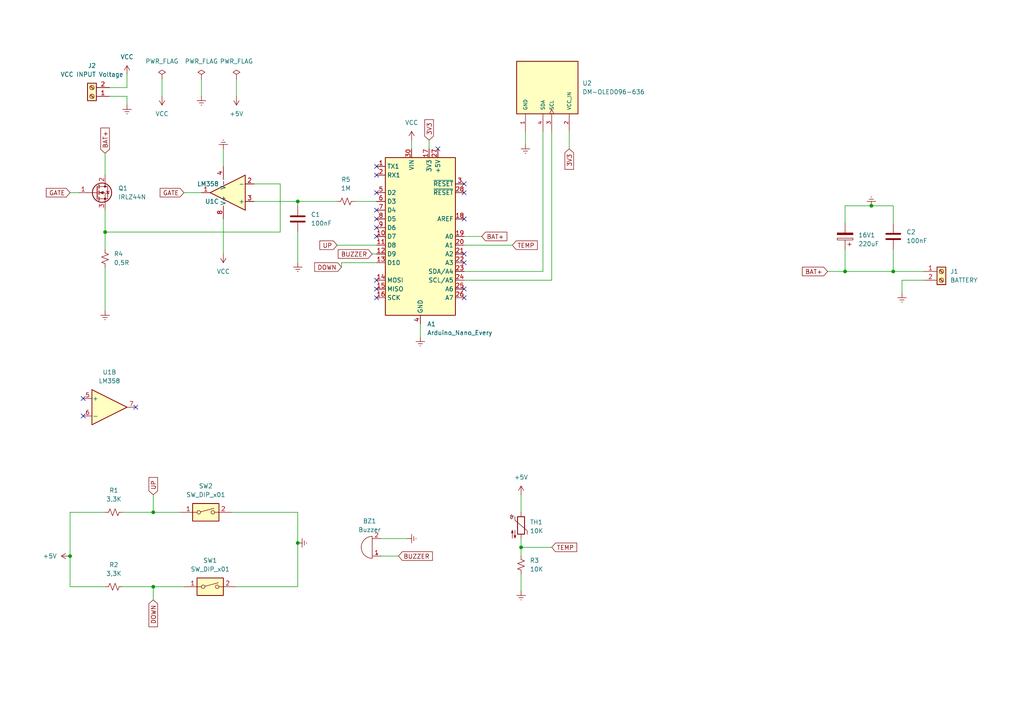
<source format=kicad_sch>
(kicad_sch (version 20230121) (generator eeschema)
  (paper "A4")
  (title_block (title "18650 Battery Capacity Tester ") (date "05.02.2024") (rev "1.0") (company "by Muxtar_Safarov"))
  (lib_symbols
    (symbol "Amplifier_Operational:LM358" (pin_names (offset 0.127))
      (property "Reference" "U" (at 0 5.08 0))
      (property "Value" "LM358" (at 0 -5.08 0))
      (symbol "LM358_1_1"
        (polyline (pts (xy -5.08 5.08) (xy 5.08 0) (xy -5.08 -5.08) (xy -5.08 5.08)) (stroke (width 0.254)) (fill (type background)))
        (pin output line (at 7.62 0 180) (length 2.54) (name "~") (number "1"))
        (pin input line (at -7.62 -2.54 0) (length 2.54) (name "-") (number "2"))
        (pin input line (at -7.62 2.54 0) (length 2.54) (name "+") (number "3"))
      )
      (symbol "LM358_2_1"
        (polyline (pts (xy -5.08 5.08) (xy 5.08 0) (xy -5.08 -5.08) (xy -5.08 5.08)) (stroke (width 0.254)) (fill (type background)))
        (pin input line (at -7.62 2.54 0) (length 2.54) (name "+") (number "5"))
        (pin input line (at -7.62 -2.54 0) (length 2.54) (name "-") (number "6"))
        (pin output line (at 7.62 0 180) (length 2.54) (name "~") (number "7"))
      )
      (symbol "LM358_3_1"
        (pin power_in line (at -2.54 -7.62 90) (length 3.81) (name "V-") (number "4"))
        (pin power_in line (at -2.54 7.62 270) (length 3.81) (name "V+") (number "8"))
      )
    )
    (symbol "Connector:Screw_Terminal_01x02" (pin_names (offset 1.016) hide)
      (property "Reference" "J" (at 0 2.54 0))
      (property "Value" "Screw_Terminal_01x02" (at 0 -5.08 0))
      (symbol "Screw_Terminal_01x02_1_1"
        (rectangle (start -1.27 1.27) (end 1.27 -3.81) (stroke (width 0.254)) (fill (type background)))
        (circle (center 0 -2.54) (radius 0.635) (stroke (width 0.1524)))
        (polyline (pts (xy -0.5334 -2.2098) (xy 0.3302 -3.048)) (stroke (width 0.1524)))
        (polyline (pts (xy -0.5334 0.3302) (xy 0.3302 -0.508)) (stroke (width 0.1524)))
        (polyline (pts (xy -0.3556 -2.032) (xy 0.508 -2.8702)) (stroke (width 0.1524)))
        (polyline (pts (xy -0.3556 0.508) (xy 0.508 -0.3302)) (stroke (width 0.1524)))
        (circle (center 0 0) (radius 0.635) (stroke (width 0.1524)))
        (pin passive line (at -5.08 0 0) (length 3.81) (name "Pin_1") (number "1"))
        (pin passive line (at -5.08 -2.54 0) (length 3.81) (name "Pin_2") (number "2"))
      )
    )
    (symbol "DM-OLED096-636:DM-OLED096-636" (pin_names (offset 1.016))
      (property "Reference" "U" (at -7.62 10.922 0))
      (property "Value" "DM-OLED096-636" (at -7.62 -10.16 0))
      (symbol "DM-OLED096-636_0_0"
        (rectangle (start -7.62 -7.62) (end 7.62 10.16) (stroke (width 0.254)) (fill (type background)))
        (pin power_in line (at 12.7 -5.08 180) (length 5.08) (name "GND") (number "1"))
        (pin power_in line (at 12.7 7.62 180) (length 5.08) (name "VCC_IN") (number "2"))
        (pin input clock (at 12.7 2.54 180) (length 5.08) (name "SCL") (number "3"))
        (pin bidirectional line (at 12.7 0 180) (length 5.08) (name "SDA") (number "4"))
      )
    )
    (symbol "Device:Buzzer" (pin_names (offset 0.0254) hide)
      (property "Reference" "BZ" (at 3.81 1.27 0))
      (property "Value" "Buzzer" (at 3.81 -1.27 0))
      (symbol "Buzzer_0_1"
        (arc (start 0 -3.175) (mid 3.1612 0) (end 0 3.175))
        (polyline (pts (xy -1.651 1.905) (xy -1.143 1.905)))
        (polyline (pts (xy -1.397 2.159) (xy -1.397 1.651)))
        (polyline (pts (xy 0 3.175) (xy 0 -3.175)))
      )
      (symbol "Buzzer_1_1"
        (pin passive line (at -2.54 2.54 0) (length 2.54) (name "-") (number "1"))
        (pin passive line (at -2.54 -2.54 0) (length 2.54) (name "+") (number "2"))
      )
    )
    (symbol "Device:C" (pin_numbers hide) (pin_names (offset 0.254))
      (property "Reference" "C" (at 0.635 2.54 0))
      (property "Value" "C" (at 0.635 -2.54 0))
      (symbol "C_0_1"
        (polyline (pts (xy -2.032 -0.762) (xy 2.032 -0.762)) (stroke (width 0.508)))
        (polyline (pts (xy -2.032 0.762) (xy 2.032 0.762)) (stroke (width 0.508)))
      )
      (symbol "C_1_1"
        (pin passive line (at 0 3.81 270) (length 2.794) (name "~") (number "1"))
        (pin passive line (at 0 -3.81 90) (length 2.794) (name "~") (number "2"))
      )
    )
    (symbol "Device:C_Polarized" (pin_numbers hide) (pin_names (offset 0.254))
      (property "Reference" "C" (at 0.635 2.54 0))
      (property "Value" "C_Polarized" (at 0.635 -2.54 0))
      (symbol "C_Polarized_0_1"
        (rectangle (start -2.286 0.508) (end 2.286 1.016))
        (polyline (pts (xy -1.778 2.286) (xy -0.762 2.286)))
        (polyline (pts (xy -1.27 2.794) (xy -1.27 1.778)))
        (rectangle (start 2.286 -0.508) (end -2.286 -1.016) (fill (type outline)))
      )
      (symbol "C_Polarized_1_1"
        (pin passive line (at 0 3.81 270) (length 2.794) (name "~") (number "1"))
        (pin passive line (at 0 -3.81 90) (length 2.794) (name "~") (number "2"))
      )
    )
    (symbol "Device:R_Small_US" (pin_numbers hide) (pin_names (offset 0.254) hide)
      (property "Reference" "R" (at 0.762 0.508 0))
      (property "Value" "R_Small_US" (at 0.762 -1.016 0))
      (symbol "R_Small_US_1_1"
        (polyline (pts (xy 0 0) (xy 1.016 -0.381) (xy 0 -0.762) (xy -1.016 -1.143) (xy 0 -1.524)))
        (polyline (pts (xy 0 1.524) (xy 1.016 1.143) (xy 0 0.762) (xy -1.016 0.381) (xy 0 0)))
        (pin passive line (at 0 2.54 270) (length 1.016) (name "~") (number "1"))
        (pin passive line (at 0 -2.54 90) (length 1.016) (name "~") (number "2"))
      )
    )
    (symbol "Device:Thermistor_NTC" (pin_numbers hide) (pin_names (offset 0))
      (property "Reference" "TH" (at -4.445 0 90))
      (property "Value" "Thermistor_NTC" (at 3.175 0 90))
      (symbol "Thermistor_NTC_0_1"
        (arc (start -3.048 2.159) (mid -3.0495 2.3143) (end -3.175 2.413))
        (arc (start -3.048 2.159) (mid -2.9736 1.9794) (end -2.794 1.905))
        (arc (start -3.048 2.794) (mid -2.9736 2.6144) (end -2.794 2.54))
        (arc (start -2.794 1.905) (mid -2.6144 1.9794) (end -2.54 2.159))
        (arc (start -2.794 2.54) (mid -2.4393 2.5587) (end -2.159 2.794))
        (arc (start -2.794 3.048) (mid -2.9736 2.9736) (end -3.048 2.794))
        (arc (start -2.54 2.794) (mid -2.6144 2.9736) (end -2.794 3.048))
        (rectangle (start -1.016 2.54) (end 1.016 -2.54) (stroke (width 0.254)))
        (polyline (pts (xy -2.54 2.159) (xy -2.54 2.794)))
        (polyline (pts (xy -1.778 2.54) (xy -1.778 1.524) (xy 1.778 -1.524) (xy 1.778 -2.54)))
        (polyline (pts (xy -2.54 -3.683) (xy -2.54 -1.397) (xy -2.794 -2.159) (xy -2.286 -2.159) (xy -2.54 -1.397) (xy -2.54 -1.651)) (fill (type outline)))
        (polyline (pts (xy -1.778 -1.397) (xy -1.778 -3.683) (xy -2.032 -2.921) (xy -1.524 -2.921) (xy -1.778 -3.683) (xy -1.778 -3.429)) (fill (type outline)))
      )
      (symbol "Thermistor_NTC_1_1"
        (pin passive line (at 0 3.81 270) (length 1.27) (name "~") (number "1"))
        (pin passive line (at 0 -3.81 90) (length 1.27) (name "~") (number "2"))
      )
    )
    (symbol "MCU_Module:Arduino_Nano_Every"
      (property "Reference" "A" (at -10.16 23.495 0))
      (property "Value" "Arduino_Nano_Every" (at 5.08 -24.13 0))
      (symbol "Arduino_Nano_Every_0_1"
        (rectangle (start -10.16 22.86) (end 10.16 -22.86) (stroke (width 0.254)) (fill (type background)))
      )
      (symbol "Arduino_Nano_Every_1_1"
        (pin bidirectional line (at -12.7 20.32 0) (length 2.54) (name "TX1") (number "1"))
        (pin bidirectional line (at -12.7 0 0) (length 2.54) (name "D7") (number "10"))
        (pin bidirectional line (at -12.7 -2.54 0) (length 2.54) (name "D8") (number "11"))
        (pin bidirectional line (at -12.7 -5.08 0) (length 2.54) (name "D9") (number "12"))
        (pin bidirectional line (at -12.7 -7.62 0) (length 2.54) (name "D10") (number "13"))
        (pin bidirectional line (at -12.7 -12.7 0) (length 2.54) (name "MOSI") (number "14"))
        (pin bidirectional line (at -12.7 -15.24 0) (length 2.54) (name "MISO") (number "15"))
        (pin bidirectional line (at -12.7 -17.78 0) (length 2.54) (name "SCK") (number "16"))
        (pin power_out line (at 2.54 25.4 270) (length 2.54) (name "3V3") (number "17"))
        (pin input line (at 12.7 5.08 180) (length 2.54) (name "AREF") (number "18"))
        (pin bidirectional line (at 12.7 0 180) (length 2.54) (name "A0") (number "19"))
        (pin bidirectional line (at -12.7 17.78 0) (length 2.54) (name "RX1") (number "2"))
        (pin bidirectional line (at 12.7 -2.54 180) (length 2.54) (name "A1") (number "20"))
        (pin bidirectional line (at 12.7 -5.08 180) (length 2.54) (name "A2") (number "21"))
        (pin bidirectional line (at 12.7 -7.62 180) (length 2.54) (name "A3") (number "22"))
        (pin bidirectional line (at 12.7 -10.16 180) (length 2.54) (name "SDA/A4") (number "23"))
        (pin bidirectional line (at 12.7 -12.7 180) (length 2.54) (name "SCL/A5") (number "24"))
        (pin bidirectional line (at 12.7 -15.24 180) (length 2.54) (name "A6") (number "25"))
        (pin bidirectional line (at 12.7 -17.78 180) (length 2.54) (name "A7") (number "26"))
        (pin power_out line (at 5.08 25.4 270) (length 2.54) (name "+5V") (number "27"))
        (pin input line (at 12.7 12.7 180) (length 2.54) (name "~{RESET}") (number "28"))
        (pin passive line (at 0 -25.4 90) (length 2.54) hide (name "GND") (number "29"))
        (pin input line (at 12.7 15.24 180) (length 2.54) (name "~{RESET}") (number "3"))
        (pin power_in line (at -2.54 25.4 270) (length 2.54) (name "VIN") (number "30"))
        (pin power_in line (at 0 -25.4 90) (length 2.54) (name "GND") (number "4"))
        (pin bidirectional line (at -12.7 12.7 0) (length 2.54) (name "D2") (number "5"))
        (pin bidirectional line (at -12.7 10.16 0) (length 2.54) (name "D3") (number "6"))
        (pin bidirectional line (at -12.7 7.62 0) (length 2.54) (name "D4") (number "7"))
        (pin bidirectional line (at -12.7 5.08 0) (length 2.54) (name "D5") (number "8"))
        (pin bidirectional line (at -12.7 2.54 0) (length 2.54) (name "D6") (number "9"))
      )
    )
    (symbol "Switch:SW_DIP_x01" (pin_names (offset 0) hide)
      (property "Reference" "SW" (at 0 3.81 0))
      (property "Value" "SW_DIP_x01" (at 0 -3.81 0))
      (symbol "SW_DIP_x01_0_0"
        (circle (center -2.032 0) (radius 0.508))
        (polyline (pts (xy -1.524 0.127) (xy 2.3622 1.1684)))
        (circle (center 2.032 0) (radius 0.508))
      )
      (symbol "SW_DIP_x01_0_1"
        (rectangle (start -3.81 2.54) (end 3.81 -2.54) (stroke (width 0.254)) (fill (type background)))
      )
      (symbol "SW_DIP_x01_1_1"
        (pin passive line (at -7.62 0 0) (length 5.08) (name "~") (number "1"))
        (pin passive line (at 7.62 0 180) (length 5.08) (name "~") (number "2"))
      )
    )
    (symbol "Transistor_FET:IRLZ44N" (pin_names hide)
      (property "Reference" "Q" (at 6.35 1.905 0))
      (property "Value" "IRLZ44N" (at 6.35 0 0))
      (symbol "IRLZ44N_0_1"
        (polyline (pts (xy 0.254 0) (xy -2.54 0)))
        (polyline (pts (xy 0.254 1.905) (xy 0.254 -1.905)) (stroke (width 0.254)))
        (polyline (pts (xy 0.762 -1.27) (xy 0.762 -2.286)) (stroke (width 0.254)))
        (polyline (pts (xy 0.762 0.508) (xy 0.762 -0.508)) (stroke (width 0.254)))
        (polyline (pts (xy 0.762 2.286) (xy 0.762 1.27)) (stroke (width 0.254)))
        (polyline (pts (xy 2.54 2.54) (xy 2.54 1.778)))
        (polyline (pts (xy 2.54 -2.54) (xy 2.54 0) (xy 0.762 0)))
        (polyline (pts (xy 0.762 -1.778) (xy 3.302 -1.778) (xy 3.302 1.778) (xy 0.762 1.778)))
        (polyline (pts (xy 1.016 0) (xy 2.032 0.381) (xy 2.032 -0.381) (xy 1.016 0)) (fill (type outline)))
        (polyline (pts (xy 2.794 0.508) (xy 2.921 0.381) (xy 3.683 0.381) (xy 3.81 0.254)))
        (polyline (pts (xy 3.302 0.381) (xy 2.921 -0.254) (xy 3.683 -0.254) (xy 3.302 0.381)))
        (circle (center 1.651 0) (radius 2.794) (stroke (width 0.254)))
        (circle (center 2.54 -1.778) (radius 0.254) (fill (type outline)))
        (circle (center 2.54 1.778) (radius 0.254) (fill (type outline)))
      )
      (symbol "IRLZ44N_1_1"
        (pin input line (at -5.08 0 0) (length 2.54) (name "G") (number "1"))
        (pin passive line (at 2.54 5.08 270) (length 2.54) (name "D") (number "2"))
        (pin passive line (at 2.54 -5.08 90) (length 2.54) (name "S") (number "3"))
      )
    )
    (symbol "power:+5V" (power) (pin_names (offset 0))
      (property "Value" "+5V" (at 0 3.556 0))
      (symbol "+5V_0_1"
        (polyline (pts (xy -0.762 1.27) (xy 0 2.54)))
        (polyline (pts (xy 0 0) (xy 0 2.54)))
        (polyline (pts (xy 0 2.54) (xy 0.762 1.27)))
      )
      (symbol "+5V_1_1"
        (pin power_in line (at 0 0 90) (length 0) hide (name "+5V") (number "1"))
      )
    )
    (symbol "power:Earth" (power) (pin_names (offset 0))
      (symbol "Earth_0_1"
        (polyline (pts (xy -0.635 -1.905) (xy 0.635 -1.905)))
        (polyline (pts (xy -0.127 -2.54) (xy 0.127 -2.54)))
        (polyline (pts (xy 0 -1.27) (xy 0 0)))
        (polyline (pts (xy 1.27 -1.27) (xy -1.27 -1.27)))
      )
      (symbol "Earth_1_1"
        (pin power_in line (at 0 0 270) (length 0) hide (name "Earth") (number "1"))
      )
    )
    (symbol "power:PWR_FLAG" (power) (pin_numbers hide) (pin_names (offset 0) hide)
      (property "Value" "PWR_FLAG" (at 0 3.81 0))
      (symbol "PWR_FLAG_0_0"
        (pin power_out line (at 0 0 90) (length 0) (name "pwr") (number "1"))
      )
      (symbol "PWR_FLAG_0_1"
        (polyline (pts (xy 0 0) (xy 0 1.27) (xy -1.016 1.905) (xy 0 2.54) (xy 1.016 1.905) (xy 0 1.27)))
      )
    )
    (symbol "power:VCC" (power) (pin_names (offset 0))
      (property "Value" "VCC" (at 0 3.81 0))
      (symbol "VCC_0_1"
        (polyline (pts (xy -0.762 1.27) (xy 0 2.54)))
        (polyline (pts (xy 0 0) (xy 0 2.54)))
        (polyline (pts (xy 0 2.54) (xy 0.762 1.27)))
      )
      (symbol "VCC_1_1"
        (pin power_in line (at 0 0 90) (length 0) hide (name "VCC") (number "1"))
      )
    )
  )
  (junction (at 44.45 148.59))
  (junction (at 259.08 78.74))
  (junction (at 252.73 59.69))
  (junction (at 44.45 170.18))
  (junction (at 20.32 161.29))
  (junction (at 30.48 67.31))
  (junction (at 86.36 58.42))
  (junction (at 245.11 78.74))
  (junction (at 86.36 157.48))
  (junction (at 151.13 158.75))
  (no_connect (at 109.22 83.82))
  (no_connect (at 109.22 60.96))
  (no_connect (at 134.62 83.82))
  (no_connect (at 134.62 86.36))
  (no_connect (at 109.22 86.36))
  (no_connect (at 24.13 115.57))
  (no_connect (at 127 43.18))
  (no_connect (at 109.22 63.5))
  (no_connect (at 134.62 76.2))
  (no_connect (at 134.62 53.34))
  (no_connect (at 24.13 120.65))
  (no_connect (at 109.22 66.04))
  (no_connect (at 134.62 55.88))
  (no_connect (at 39.37 118.11))
  (no_connect (at 109.22 55.88))
  (no_connect (at 109.22 50.8))
  (no_connect (at 109.22 81.28))
  (no_connect (at 109.22 68.58))
  (no_connect (at 134.62 73.66))
  (no_connect (at 134.62 63.5))
  (no_connect (at 109.22 48.26))
  (wire (pts (xy 73.66 53.34) (xy 81.28 53.34)))
  (wire (pts (xy 44.45 173.99) (xy 44.45 170.18)))
  (wire (pts (xy 165.1 38.1) (xy 165.1 43.18)))
  (wire (pts (xy 245.11 64.77) (xy 245.11 59.69)))
  (wire (pts (xy 86.36 148.59) (xy 86.36 157.48)))
  (wire (pts (xy 20.32 55.88) (xy 22.86 55.88)))
  (wire (pts (xy 46.99 22.86) (xy 46.99 27.94)))
  (wire (pts (xy 134.62 81.28) (xy 160.02 81.28)))
  (wire (pts (xy 30.48 77.47) (xy 30.48 90.17)))
  (wire (pts (xy 35.56 170.18) (xy 44.45 170.18)))
  (wire (pts (xy 121.92 93.98) (xy 121.92 97.79)))
  (wire (pts (xy 81.28 67.31) (xy 30.48 67.31)))
  (wire (pts (xy 134.62 78.74) (xy 157.48 78.74)))
  (wire (pts (xy 86.36 67.31) (xy 86.36 76.2)))
  (wire (pts (xy 64.77 73.66) (xy 64.77 63.5)))
  (wire (pts (xy 64.77 48.26) (xy 64.77 43.18)))
  (wire (pts (xy 267.97 78.74) (xy 259.08 78.74)))
  (wire (pts (xy 99.06 76.2) (xy 109.22 76.2)))
  (wire (pts (xy 259.08 78.74) (xy 259.08 72.39)))
  (wire (pts (xy 30.48 148.59) (xy 20.32 148.59)))
  (wire (pts (xy 31.75 27.94) (xy 36.83 27.94)))
  (wire (pts (xy 97.79 71.12) (xy 109.22 71.12)))
  (wire (pts (xy 157.48 78.74) (xy 157.48 38.1)))
  (wire (pts (xy 160.02 81.28) (xy 160.02 38.1)))
  (wire (pts (xy 124.46 40.64) (xy 124.46 43.18)))
  (wire (pts (xy 67.31 148.59) (xy 86.36 148.59)))
  (wire (pts (xy 107.95 73.66) (xy 109.22 73.66)))
  (wire (pts (xy 151.13 158.75) (xy 151.13 161.29)))
  (wire (pts (xy 68.58 22.86) (xy 68.58 27.94)))
  (wire (pts (xy 58.42 55.88) (xy 53.34 55.88)))
  (wire (pts (xy 36.83 27.94) (xy 36.83 30.48)))
  (wire (pts (xy 58.42 22.86) (xy 58.42 27.94)))
  (wire (pts (xy 152.4 38.1) (xy 152.4 41.91)))
  (wire (pts (xy 86.36 58.42) (xy 97.79 58.42)))
  (wire (pts (xy 30.48 170.18) (xy 20.32 170.18)))
  (wire (pts (xy 30.48 60.96) (xy 30.48 67.31)))
  (wire (pts (xy 259.08 64.77) (xy 259.08 59.69)))
  (wire (pts (xy 245.11 78.74) (xy 259.08 78.74)))
  (wire (pts (xy 151.13 156.21) (xy 151.13 158.75)))
  (wire (pts (xy 68.58 170.18) (xy 86.36 170.18)))
  (wire (pts (xy 119.38 40.64) (xy 119.38 43.18)))
  (wire (pts (xy 151.13 143.51) (xy 151.13 148.59)))
  (wire (pts (xy 110.49 156.21) (xy 118.11 156.21)))
  (wire (pts (xy 73.66 58.42) (xy 86.36 58.42)))
  (wire (pts (xy 151.13 166.37) (xy 151.13 171.45)))
  (wire (pts (xy 52.07 148.59) (xy 44.45 148.59)))
  (wire (pts (xy 44.45 170.18) (xy 53.34 170.18)))
  (wire (pts (xy 99.06 77.47) (xy 99.06 76.2)))
  (wire (pts (xy 81.28 53.34) (xy 81.28 67.31)))
  (wire (pts (xy 240.03 78.74) (xy 245.11 78.74)))
  (wire (pts (xy 30.48 44.45) (xy 30.48 50.8)))
  (wire (pts (xy 36.83 25.4) (xy 36.83 21.59)))
  (wire (pts (xy 134.62 68.58) (xy 139.7 68.58)))
  (wire (pts (xy 31.75 25.4) (xy 36.83 25.4)))
  (wire (pts (xy 86.36 170.18) (xy 86.36 157.48)))
  (wire (pts (xy 102.87 58.42) (xy 109.22 58.42)))
  (wire (pts (xy 20.32 161.29) (xy 20.32 170.18)))
  (wire (pts (xy 151.13 158.75) (xy 160.02 158.75)))
  (wire (pts (xy 245.11 59.69) (xy 252.73 59.69)))
  (wire (pts (xy 44.45 148.59) (xy 35.56 148.59)))
  (wire (pts (xy 267.97 81.28) (xy 261.62 81.28)))
  (wire (pts (xy 30.48 67.31) (xy 30.48 72.39)))
  (wire (pts (xy 86.36 58.42) (xy 86.36 59.69)))
  (wire (pts (xy 261.62 81.28) (xy 261.62 85.09)))
  (wire (pts (xy 110.49 161.29) (xy 115.57 161.29)))
  (wire (pts (xy 245.11 72.39) (xy 245.11 78.74)))
  (wire (pts (xy 20.32 148.59) (xy 20.32 161.29)))
  (wire (pts (xy 259.08 59.69) (xy 252.73 59.69)))
  (wire (pts (xy 44.45 143.51) (xy 44.45 148.59)))
  (wire (pts (xy 134.62 71.12) (xy 148.59 71.12)))
  (global_label "UP" (shape input) (at 44.45 143.51 90) (property "Intersheetrefs" "${INTERSHEET_REFS}" (effects hide)))
  (global_label "TEMP" (shape input) (at 160.02 158.75 0) (property "Intersheetrefs" "${INTERSHEET_REFS}" (effects hide)))
  (global_label "BUZZER" (shape input) (at 107.95 73.66 180) (property "Intersheetrefs" "${INTERSHEET_REFS}" (effects hide)))
  (global_label "BAT+" (shape input) (at 30.48 44.45 90) (property "Intersheetrefs" "${INTERSHEET_REFS}" (effects hide)))
  (global_label "DOWN" (shape input) (at 44.45 173.99 270) (property "Intersheetrefs" "${INTERSHEET_REFS}" (effects hide)))
  (global_label "3V3" (shape input) (at 124.46 40.64 90) (property "Intersheetrefs" "${INTERSHEET_REFS}" (effects hide)))
  (global_label "3V3" (shape input) (at 165.1 43.18 270) (property "Intersheetrefs" "${INTERSHEET_REFS}" (effects hide)))
  (global_label "TEMP" (shape input) (at 148.59 71.12 0) (property "Intersheetrefs" "${INTERSHEET_REFS}" (effects hide)))
  (global_label "UP" (shape input) (at 97.79 71.12 180) (property "Intersheetrefs" "${INTERSHEET_REFS}" (effects hide)))
  (global_label "DOWN" (shape input) (at 99.06 77.47 180) (property "Intersheetrefs" "${INTERSHEET_REFS}" (effects hide)))
  (global_label "BAT+" (shape input) (at 139.7 68.58 0) (property "Intersheetrefs" "${INTERSHEET_REFS}" (effects hide)))
  (global_label "GATE" (shape input) (at 20.32 55.88 180) (property "Intersheetrefs" "${INTERSHEET_REFS}" (effects hide)))
  (global_label "BAT+" (shape input) (at 240.03 78.74 180) (property "Intersheetrefs" "${INTERSHEET_REFS}" (effects hide)))
  (global_label "GATE" (shape input) (at 53.34 55.88 180) (property "Intersheetrefs" "${INTERSHEET_REFS}" (effects hide)))
  (global_label "BUZZER" (shape input) (at 115.57 161.29 0) (property "Intersheetrefs" "${INTERSHEET_REFS}" (effects hide)))
  (symbol (lib_id "power:Earth") (at 121.92 97.79 0) (unit 1)
    (property "Reference" "#PWR019" (effects hide))
    (property "Value" "Earth" (effects hide))
  )
  (symbol (lib_id "Device:C_Polarized") (at 245.11 68.58 180) (unit 1)
    (property "Reference" "16V1" (at 248.92 68.199 0) (effects (justify right)))
    (property "Value" "220uF" (at 248.92 70.739 0) (effects (justify right)))
    (property "Footprint" "Capacitor_THT:CP_Radial_D10.0mm_P7.50mm" (effects hide))
  )
  (symbol (lib_id "power:+5V") (at 20.32 161.29 90) (unit 1)
    (property "Reference" "#PWR02" (effects hide))
    (property "Value" "+5V" (at 16.51 161.29 90) (effects (justify left)))
  )
  (symbol (lib_id "power:PWR_FLAG") (at 68.58 22.86 0) (unit 1)
    (property "Reference" "#FLG03" (effects hide))
    (property "Value" "PWR_FLAG" (at 68.58 17.78 0))
  )
  (symbol (lib_id "power:Earth") (at 64.77 43.18 180) (unit 1)
    (property "Reference" "#PWR013" (effects hide))
    (property "Value" "Earth" (effects hide))
  )
  (symbol (lib_id "power:Earth") (at 261.62 85.09 0) (unit 1)
    (property "Reference" "#PWR06" (effects hide))
    (property "Value" "Earth" (effects hide))
  )
  (symbol (lib_id "MCU_Module:Arduino_Nano_Every") (at 121.92 68.58 0) (unit 1)
    (property "Reference" "A1" (at 123.8759 93.98 0) (effects (justify left)))
    (property "Value" "Arduino_Nano_Every" (at 123.8759 96.52 0) (effects (justify left)))
    (property "Footprint" "Module:Arduino_Nano" (effects hide))
    (property "Datasheet" "https://content.arduino.cc/assets/NANOEveryV3.0_sch.pdf" (effects hide))
  )
  (symbol (lib_id "power:Earth") (at 252.73 59.69 180) (unit 1)
    (property "Reference" "#PWR07" (effects hide))
    (property "Value" "Earth" (effects hide))
  )
  (symbol (lib_id "power:PWR_FLAG") (at 46.99 22.86 0) (unit 1)
    (property "Reference" "#FLG01" (effects hide))
    (property "Value" "PWR_FLAG" (at 46.99 17.78 0))
  )
  (symbol (lib_id "Device:R_Small_US") (at 100.33 58.42 270) (unit 1)
    (property "Reference" "R5" (at 100.33 52.07 90))
    (property "Value" "1M" (at 100.33 54.61 90))
    (property "Footprint" "Resistor_THT:R_Axial_DIN0309_L9.0mm_D3.2mm_P12.70mm_Horizontal" (effects hide))
  )
  (symbol (lib_id "power:VCC") (at 64.77 73.66 180) (unit 1)
    (property "Reference" "#PWR012" (effects hide))
    (property "Value" "VCC" (at 64.77 78.74 0))
  )
  (symbol (lib_id "power:Earth") (at 151.13 171.45 0) (unit 1)
    (property "Reference" "#PWR04" (effects hide))
    (property "Value" "Earth" (effects hide))
  )
  (symbol (lib_id "Amplifier_Operational:LM358") (at 62.23 55.88 180) (unit 3)
    (property "Reference" "U1" (at 63.5 58.42 0) (effects (justify left)))
    (property "Value" "LM358" (at 63.5 53.34 0) (effects (justify left)))
    (property "Footprint" "Package_DIP:DIP-8_W7.62mm" (effects hide))
    (property "Datasheet" "http://www.ti.com/lit/ds/symlink/lm2904-n.pdf" (effects hide))
  )
  (symbol (lib_id "power:+5V") (at 68.58 27.94 180) (unit 1)
    (property "Reference" "#PWR020" (effects hide))
    (property "Value" "+5V" (at 68.58 33.02 0))
  )
  (symbol (lib_id "Connector:Screw_Terminal_01x02") (at 26.67 27.94 180) (unit 1)
    (property "Reference" "J2" (at 26.67 19.05 0))
    (property "Value" "VCC INPUT Voltage" (at 26.67 21.59 0))
    (property "Footprint" "TerminalBlock:TerminalBlock_bornier-2_P5.08mm" (effects hide))
  )
  (symbol (lib_id "Device:C") (at 259.08 68.58 0) (unit 1)
    (property "Reference" "C2" (at 262.89 67.31 0) (effects (justify left)))
    (property "Value" "100nF" (at 262.89 69.85 0) (effects (justify left)))
    (property "Footprint" "Capacitor_THT:C_Disc_D8.0mm_W5.0mm_P10.00mm" (effects hide))
  )
  (symbol (lib_id "power:VCC") (at 36.83 21.59 0) (unit 1)
    (property "Reference" "#PWR08" (effects hide))
    (property "Value" "VCC" (at 36.83 16.51 0))
  )
  (symbol (lib_id "Switch:SW_DIP_x01") (at 60.96 170.18 0) (unit 1)
    (property "Reference" "SW1" (at 60.96 162.56 0))
    (property "Value" "SW_DIP_x01" (at 60.96 165.1 0))
    (property "Footprint" "Button_Switch_THT:SW_CW_GPTS203211B" (effects hide))
  )
  (symbol (lib_id "power:Earth") (at 58.42 27.94 0) (unit 1)
    (property "Reference" "#PWR011" (effects hide))
    (property "Value" "Earth" (effects hide))
  )
  (symbol (lib_id "Device:R_Small_US") (at 33.02 148.59 90) (unit 1)
    (property "Reference" "R1" (at 33.02 142.24 90))
    (property "Value" "3,3K" (at 33.02 144.78 90))
    (property "Footprint" "Resistor_THT:R_Axial_DIN0309_L9.0mm_D3.2mm_P12.70mm_Horizontal" (effects hide))
  )
  (symbol (lib_id "Device:R_Small_US") (at 151.13 163.83 180) (unit 1)
    (property "Reference" "R3" (at 153.67 162.56 0) (effects (justify right)))
    (property "Value" "10K" (at 153.67 165.1 0) (effects (justify right)))
    (property "Footprint" "Resistor_THT:R_Axial_DIN0309_L9.0mm_D3.2mm_P12.70mm_Horizontal" (effects hide))
  )
  (symbol (lib_id "Connector:Screw_Terminal_01x02") (at 273.05 78.74 0) (unit 1)
    (property "Reference" "J1" (at 275.59 78.74 0) (effects (justify left)))
    (property "Value" "BATTERY" (at 275.59 81.28 0) (effects (justify left)))
    (property "Footprint" "TerminalBlock:TerminalBlock_bornier-2_P5.08mm" (effects hide))
  )
  (symbol (lib_id "Device:R_Small_US") (at 33.02 170.18 90) (unit 1)
    (property "Reference" "R2" (at 33.02 163.83 90))
    (property "Value" "3,3K" (at 33.02 166.37 90))
    (property "Footprint" "Resistor_THT:R_Axial_DIN0309_L9.0mm_D3.2mm_P12.70mm_Horizontal" (effects hide))
  )
  (symbol (lib_id "Amplifier_Operational:LM358") (at 66.04 55.88 180) (unit 1)
    (property "Reference" "U1" (effects hide))
    (property "Value" "LM358" (effects hide))
    (property "Footprint" "Package_DIP:DIP-8_W7.62mm" (effects hide))
    (property "Datasheet" "http://www.ti.com/lit/ds/symlink/lm2904-n.pdf" (effects hide))
  )
  (symbol (lib_id "power:Earth") (at 118.11 156.21 90) (unit 1)
    (property "Reference" "#PWR03" (effects hide))
    (property "Value" "Earth" (effects hide))
  )
  (symbol (lib_id "power:Earth") (at 36.83 30.48 0) (unit 1)
    (property "Reference" "#PWR09" (effects hide))
    (property "Value" "Earth" (effects hide))
  )
  (symbol (lib_id "power:Earth") (at 30.48 90.17 0) (unit 1)
    (property "Reference" "#PWR014" (effects hide))
    (property "Value" "Earth" (effects hide))
  )
  (symbol (lib_id "power:+5V") (at 151.13 143.51 0) (unit 1)
    (property "Reference" "#PWR05" (effects hide))
    (property "Value" "+5V" (at 151.13 138.43 0))
  )
  (symbol (lib_id "Switch:SW_DIP_x01") (at 59.69 148.59 0) (unit 1)
    (property "Reference" "SW2" (at 59.69 140.97 0))
    (property "Value" "SW_DIP_x01" (at 59.69 143.51 0))
    (property "Footprint" "Button_Switch_THT:SW_CW_GPTS203211B" (effects hide))
  )
  (symbol (lib_id "power:VCC") (at 46.99 27.94 180) (unit 1)
    (property "Reference" "#PWR010" (effects hide))
    (property "Value" "VCC" (at 46.99 33.02 0))
  )
  (symbol (lib_id "power:PWR_FLAG") (at 58.42 22.86 0) (unit 1)
    (property "Reference" "#FLG02" (effects hide))
    (property "Value" "PWR_FLAG" (at 58.42 17.78 0))
  )
  (symbol (lib_id "Transistor_FET:IRLZ44N") (at 27.94 55.88 0) (unit 1)
    (property "Reference" "Q1" (at 34.29 54.61 0) (effects (justify left)))
    (property "Value" "IRLZ44N" (at 34.29 57.15 0) (effects (justify left)))
    (property "Footprint" "Package_TO_SOT_THT:TO-220-3_Vertical" (effects hide))
    (property "Datasheet" "http://www.irf.com/product-info/datasheets/data/irlz44n.pdf" (effects hide))
  )
  (symbol (lib_id "Amplifier_Operational:LM358") (at 31.75 118.11 0) (unit 2)
    (property "Reference" "U1" (at 31.75 107.95 0))
    (property "Value" "LM358" (at 31.75 110.49 0))
    (property "Footprint" "Package_DIP:DIP-8_W7.62mm" (effects hide))
    (property "Datasheet" "http://www.ti.com/lit/ds/symlink/lm2904-n.pdf" (effects hide))
  )
  (symbol (lib_id "power:Earth") (at 152.4 41.91 0) (unit 1)
    (property "Reference" "#PWR017" (effects hide))
    (property "Value" "Earth" (effects hide))
  )
  (symbol (lib_id "power:VCC") (at 119.38 40.64 0) (unit 1)
    (property "Reference" "#PWR016" (effects hide))
    (property "Value" "VCC" (at 119.38 35.56 0))
  )
  (symbol (lib_id "DM-OLED096-636:DM-OLED096-636") (at 157.48 25.4 270) (unit 1)
    (property "Reference" "U2" (at 168.91 24.13 90) (effects (justify left)))
    (property "Value" "DM-OLED096-636" (at 168.91 26.67 90) (effects (justify left)))
    (property "Footprint" "DM-OLED096-636:MODULE_DM-OLED096-636" (effects hide))
    (property "MF" "Display Module" (effects hide))
    (property "MAXIMUM_PACKAGE_HEIGHT" "11.3 mm" (effects hide))
    (property "Package" "Package" (effects hide))
    (property "Price" "None" (effects hide))
    (property "Check_prices" "https://www.snapeda.com/parts/DM-OLED096-636/Display+Module/view-part/?ref=eda" (effects hide))
    (property "STANDARD" "Manufacturer Recommendations" (effects hide))
    (property "PARTREV" "2018-09-10" (effects hide))
    (property "SnapEDA_Link" "https://www.snapeda.com/parts/DM-OLED096-636/Display+Module/view-part/?ref=snap" (effects hide))
    (property "MP" "DM-OLED096-636" (effects hide))
    (property "Description" "\n0.96” 128 X 64 MONOCHROME GRAPHIC OLED DISPLAY MODULE - I2C\n" (effects hide))
    (property "Availability" "Not in stock" (effects hide))
    (property "MANUFACTURER" "Displaymodule" (effects hide))
  )
  (symbol (lib_id "power:Earth") (at 86.36 76.2 0) (unit 1)
    (property "Reference" "#PWR015" (effects hide))
    (property "Value" "Earth" (effects hide))
  )
  (symbol (lib_id "power:Earth") (at 86.36 157.48 90) (unit 1)
    (property "Reference" "#PWR01" (effects hide))
    (property "Value" "Earth" (effects hide))
  )
  (symbol (lib_id "Device:C") (at 86.36 63.5 0) (unit 1)
    (property "Reference" "C1" (at 90.17 62.23 0) (effects (justify left)))
    (property "Value" "100nF" (at 90.17 64.77 0) (effects (justify left)))
    (property "Footprint" "Capacitor_THT:C_Disc_D8.0mm_W5.0mm_P10.00mm" (effects hide))
  )
  (symbol (lib_id "Device:Thermistor_NTC") (at 151.13 152.4 0) (unit 1)
    (property "Reference" "TH1" (at 153.67 151.4475 0) (effects (justify left)))
    (property "Value" "10K" (at 153.67 153.9875 0) (effects (justify left)))
    (property "Footprint" "Resistor_THT:R_Axial_DIN0411_L9.9mm_D3.6mm_P7.62mm_Vertical" (effects hide))
  )
  (symbol (lib_id "Device:R_Small_US") (at 30.48 74.93 180) (unit 1)
    (property "Reference" "R4" (at 33.02 73.66 0) (effects (justify right)))
    (property "Value" "0,5R" (at 33.02 76.2 0) (effects (justify right)))
    (property "Footprint" "Resistor_THT:R_Axial_DIN0309_L9.0mm_D3.2mm_P12.70mm_Horizontal" (effects hide))
  )
  (symbol (lib_id "Device:Buzzer") (at 107.95 158.75 180) (unit 1)
    (property "Reference" "BZ1" (at 107.1949 151.13 0))
    (property "Value" "Buzzer" (at 107.1949 153.67 0))
    (property "Footprint" "Buzzer_Beeper:Buzzer_15x7.5RM7.6" (effects hide))
  )
)
</source>
